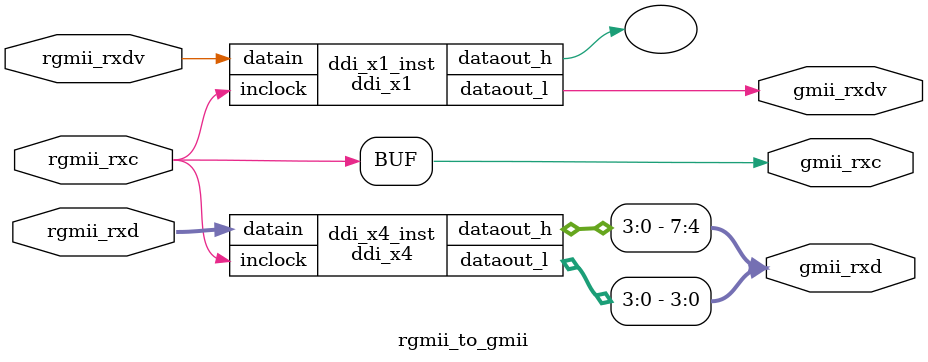
<source format=v>
/*

rgmii_to_gmii u_rgmii_to_gmii(
	.rgmii_rxc	(),
	.rgmii_rxd	(),
	.rgmii_rxdv	(),
	.gmii_rxc	(),
	.gmii_rxd	(),
	.gmii_rxdv  ()
);

*/

// synopsys translate_off
`timescale 1 ps / 1 ps
// synopsys translate_on
module ddi_x4 (
	datain,
	inclock,
	dataout_h,
	dataout_l);

	input	[3:0]  datain;
	input	  inclock;
	output	[3:0]  dataout_h;
	output	[3:0]  dataout_l;

	wire [3:0] sub_wire0;
	wire [3:0] sub_wire1;
	wire [3:0] dataout_h = sub_wire0[3:0];
	wire [3:0] dataout_l = sub_wire1[3:0];

	altddio_in	ALTDDIO_IN_component (
				.datain (datain),
				.inclock (inclock),
				.dataout_h (sub_wire0),
				.dataout_l (sub_wire1),
				.aclr (1'b0),
				.aset (1'b0),
				.inclocken (1'b1),
				.sclr (1'b0),
				.sset (1'b0));
	defparam
		ALTDDIO_IN_component.invert_input_clocks = "OFF",
		ALTDDIO_IN_component.lpm_hint = "UNUSED",
		ALTDDIO_IN_component.lpm_type = "altddio_in",
		ALTDDIO_IN_component.power_up_high = "OFF",
		ALTDDIO_IN_component.width = 4;

endmodule

module ddi_x1 (
	datain,
	inclock,
	dataout_h,
	dataout_l);

	input	[0:0]  datain;
	input	  inclock;
	output	[0:0]  dataout_h;
	output	[0:0]  dataout_l;

	wire [0:0] sub_wire0;
	wire [0:0] sub_wire1;
	wire [0:0] dataout_h = sub_wire0[0:0];
	wire [0:0] dataout_l = sub_wire1[0:0];

	altddio_in	ALTDDIO_IN_component (
				.datain (datain),
				.inclock (inclock),
				.dataout_h (sub_wire0),
				.dataout_l (sub_wire1),
				.aclr (1'b0),
				.aset (1'b0),
				.inclocken (1'b1),
				.sclr (1'b0),
				.sset (1'b0));
	defparam
		ALTDDIO_IN_component.invert_input_clocks = "OFF",
		ALTDDIO_IN_component.lpm_hint = "UNUSED",
		ALTDDIO_IN_component.lpm_type = "altddio_in",
		ALTDDIO_IN_component.power_up_high = "OFF",
		ALTDDIO_IN_component.width = 1;

endmodule

//module rgmii_to_gmii(
//	input			rgmii_rxc	,
//	input	[3:0] 	rgmii_rxd	,
//	input 			rgmii_rxdv	,
//	output 			gmii_rxc	,
//	output	[7:0] 	gmii_rxd	,
//	output 			gmii_rxdv
//);
//	reg [3:0] rxdh, rxdl;
//	reg rxdv;
//	always @ (posedge rgmii_rxc) begin
//		rxdl = rgmii_rxd;
//		rxdv = rgmii_rxdv;
//	end
//	
//	always @ (negedge rgmii_rxc) begin
//		rxdh = rgmii_rxd;
//	end
//	
//	assign gmii_rxc = rgmii_rxc;
//	assign gmii_rxd = {rxdh, rxdl};
//	assign gmii_rxdv = rxdv;
//
//
//endmodule

module rgmii_to_gmii(
	input			rgmii_rxc	,
	input	[3:0] 	rgmii_rxd	,
	input 			rgmii_rxdv	,
	output 			gmii_rxc	,
	output	[7:0] 	gmii_rxd	,
	output 			gmii_rxdv
);
	ddi_x4 ddi_x4_inst(
		.datain		(rgmii_rxd		),
		.inclock	(rgmii_rxc		),
		.dataout_h	(gmii_rxd[7:4]	),
		.dataout_l	(gmii_rxd[3:0]	)
	);
	
	ddi_x1 ddi_x1_inst(
		.datain		(rgmii_rxdv),
		.inclock	(rgmii_rxc		),
		.dataout_h	(				),
		.dataout_l	(gmii_rxdv		)
	);
	
	assign gmii_rxc = rgmii_rxc;

endmodule

</source>
